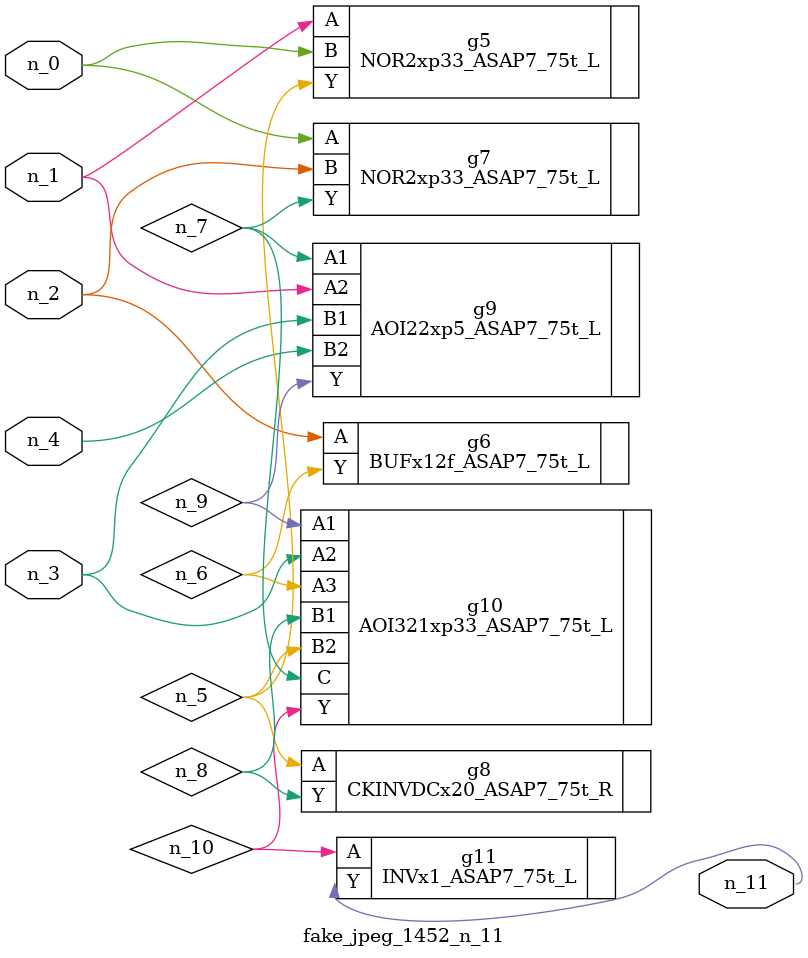
<source format=v>
module fake_jpeg_1452_n_11 (n_3, n_2, n_1, n_0, n_4, n_11);

input n_3;
input n_2;
input n_1;
input n_0;
input n_4;

output n_11;

wire n_10;
wire n_8;
wire n_9;
wire n_6;
wire n_5;
wire n_7;

NOR2xp33_ASAP7_75t_L g5 ( 
.A(n_1),
.B(n_0),
.Y(n_5)
);

BUFx12f_ASAP7_75t_L g6 ( 
.A(n_2),
.Y(n_6)
);

NOR2xp33_ASAP7_75t_L g7 ( 
.A(n_0),
.B(n_2),
.Y(n_7)
);

CKINVDCx20_ASAP7_75t_R g8 ( 
.A(n_5),
.Y(n_8)
);

AOI22xp5_ASAP7_75t_L g9 ( 
.A1(n_7),
.A2(n_1),
.B1(n_3),
.B2(n_4),
.Y(n_9)
);

AOI321xp33_ASAP7_75t_L g10 ( 
.A1(n_9),
.A2(n_3),
.A3(n_6),
.B1(n_8),
.B2(n_5),
.C(n_7),
.Y(n_10)
);

INVx1_ASAP7_75t_L g11 ( 
.A(n_10),
.Y(n_11)
);


endmodule
</source>
